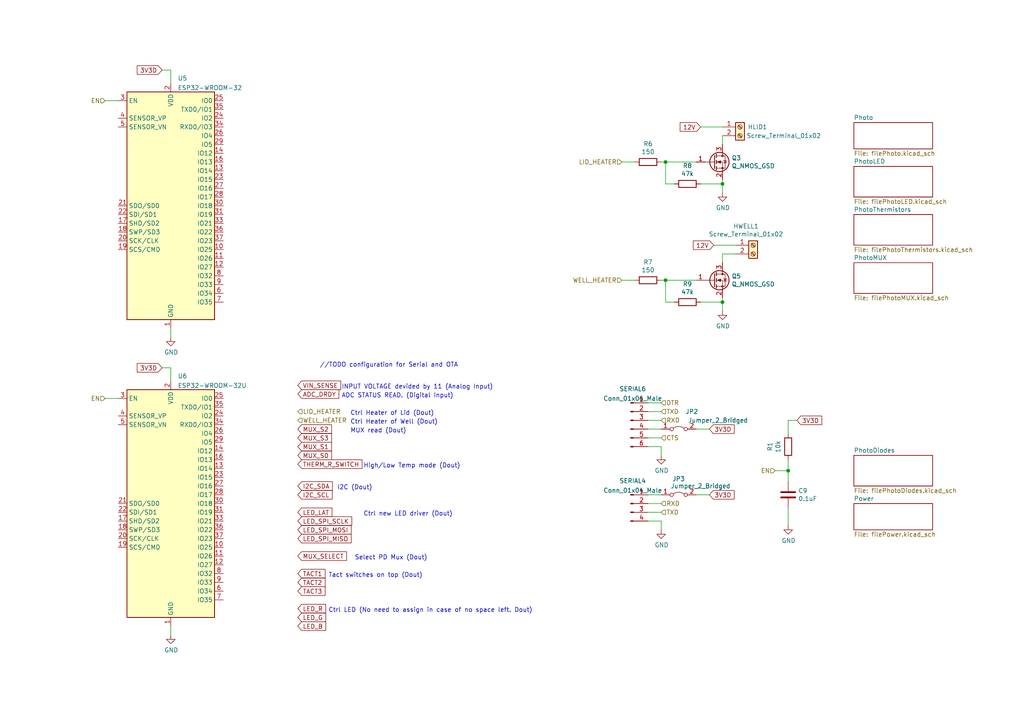
<source format=kicad_sch>
(kicad_sch (version 20211123) (generator eeschema)
  (paper "A4")
  (lib_symbols
    (symbol "Connector:Conn_01x04_Male" (pin_names (offset 1.016) hide)
      (property "Reference" "J" (at 0 5.08 0))
      (property "Value" "Conn_01x04_Male" (at 0 -7.62 0))
      (symbol "Conn_01x04_Male_1_1"
        (polyline (pts (xy 1.27 -5.08) (xy 0.8636 -5.08)) (stroke (width 0.1524)))
        (polyline (pts (xy 1.27 -2.54) (xy 0.8636 -2.54)) (stroke (width 0.1524)))
        (polyline (pts (xy 1.27 0) (xy 0.8636 0)) (stroke (width 0.1524)))
        (polyline (pts (xy 1.27 2.54) (xy 0.8636 2.54)) (stroke (width 0.1524)))
        (rectangle (start 0.8636 -4.953) (end 0 -5.207) (stroke (width 0.1524)) (fill (type outline)))
        (rectangle (start 0.8636 -2.413) (end 0 -2.667) (stroke (width 0.1524)) (fill (type outline)))
        (rectangle (start 0.8636 0.127) (end 0 -0.127) (stroke (width 0.1524)) (fill (type outline)))
        (rectangle (start 0.8636 2.667) (end 0 2.413) (stroke (width 0.1524)) (fill (type outline)))
        (pin passive line (at 5.08 2.54 180) (length 3.81) (name "Pin_1") (number "1"))
        (pin passive line (at 5.08 0 180) (length 3.81) (name "Pin_2") (number "2"))
        (pin passive line (at 5.08 -2.54 180) (length 3.81) (name "Pin_3") (number "3"))
        (pin passive line (at 5.08 -5.08 180) (length 3.81) (name "Pin_4") (number "4"))
      )
    )
    (symbol "Connector:Conn_01x06_Male" (pin_names (offset 1.016) hide)
      (property "Reference" "J" (at 0 7.62 0))
      (property "Value" "Conn_01x06_Male" (at 0 -10.16 0))
      (symbol "Conn_01x06_Male_1_1"
        (polyline (pts (xy 1.27 -7.62) (xy 0.8636 -7.62)) (stroke (width 0.1524)))
        (polyline (pts (xy 1.27 -5.08) (xy 0.8636 -5.08)) (stroke (width 0.1524)))
        (polyline (pts (xy 1.27 -2.54) (xy 0.8636 -2.54)) (stroke (width 0.1524)))
        (polyline (pts (xy 1.27 0) (xy 0.8636 0)) (stroke (width 0.1524)))
        (polyline (pts (xy 1.27 2.54) (xy 0.8636 2.54)) (stroke (width 0.1524)))
        (polyline (pts (xy 1.27 5.08) (xy 0.8636 5.08)) (stroke (width 0.1524)))
        (rectangle (start 0.8636 -7.493) (end 0 -7.747) (stroke (width 0.1524)) (fill (type outline)))
        (rectangle (start 0.8636 -4.953) (end 0 -5.207) (stroke (width 0.1524)) (fill (type outline)))
        (rectangle (start 0.8636 -2.413) (end 0 -2.667) (stroke (width 0.1524)) (fill (type outline)))
        (rectangle (start 0.8636 0.127) (end 0 -0.127) (stroke (width 0.1524)) (fill (type outline)))
        (rectangle (start 0.8636 2.667) (end 0 2.413) (stroke (width 0.1524)) (fill (type outline)))
        (rectangle (start 0.8636 5.207) (end 0 4.953) (stroke (width 0.1524)) (fill (type outline)))
        (pin passive line (at 5.08 5.08 180) (length 3.81) (name "Pin_1") (number "1"))
        (pin passive line (at 5.08 2.54 180) (length 3.81) (name "Pin_2") (number "2"))
        (pin passive line (at 5.08 0 180) (length 3.81) (name "Pin_3") (number "3"))
        (pin passive line (at 5.08 -2.54 180) (length 3.81) (name "Pin_4") (number "4"))
        (pin passive line (at 5.08 -5.08 180) (length 3.81) (name "Pin_5") (number "5"))
        (pin passive line (at 5.08 -7.62 180) (length 3.81) (name "Pin_6") (number "6"))
      )
    )
    (symbol "Connector:Screw_Terminal_01x02" (pin_names (offset 1.016) hide)
      (property "Reference" "J" (at 0 2.54 0))
      (property "Value" "Screw_Terminal_01x02" (at 0 -5.08 0))
      (symbol "Screw_Terminal_01x02_1_1"
        (rectangle (start -1.27 1.27) (end 1.27 -3.81) (stroke (width 0.254)) (fill (type background)))
        (circle (center 0 -2.54) (radius 0.635) (stroke (width 0.1524)))
        (polyline (pts (xy -0.5334 -2.2098) (xy 0.3302 -3.048)) (stroke (width 0.1524)))
        (polyline (pts (xy -0.5334 0.3302) (xy 0.3302 -0.508)) (stroke (width 0.1524)))
        (polyline (pts (xy -0.3556 -2.032) (xy 0.508 -2.8702)) (stroke (width 0.1524)))
        (polyline (pts (xy -0.3556 0.508) (xy 0.508 -0.3302)) (stroke (width 0.1524)))
        (circle (center 0 0) (radius 0.635) (stroke (width 0.1524)))
        (pin passive line (at -5.08 0 0) (length 3.81) (name "Pin_1") (number "1"))
        (pin passive line (at -5.08 -2.54 0) (length 3.81) (name "Pin_2") (number "2"))
      )
    )
    (symbol "Device:C" (pin_numbers hide) (pin_names (offset 0.254))
      (property "Reference" "C" (at 0.635 2.54 0))
      (property "Value" "C" (at 0.635 -2.54 0))
      (symbol "C_0_1"
        (polyline (pts (xy -2.032 -0.762) (xy 2.032 -0.762)) (stroke (width 0.508)))
        (polyline (pts (xy -2.032 0.762) (xy 2.032 0.762)) (stroke (width 0.508)))
      )
      (symbol "C_1_1"
        (pin passive line (at 0 3.81 270) (length 2.794) (name "~") (number "1"))
        (pin passive line (at 0 -3.81 90) (length 2.794) (name "~") (number "2"))
      )
    )
    (symbol "Device:Q_NMOS_GSD" (pin_names (offset 0) hide)
      (property "Reference" "Q" (at 5.08 1.27 0))
      (property "Value" "Q_NMOS_GSD" (at 5.08 -1.27 0))
      (symbol "Q_NMOS_GSD_0_1"
        (polyline (pts (xy 0.254 0) (xy -2.54 0)))
        (polyline (pts (xy 0.254 1.905) (xy 0.254 -1.905)) (stroke (width 0.254)))
        (polyline (pts (xy 0.762 -1.27) (xy 0.762 -2.286)) (stroke (width 0.254)))
        (polyline (pts (xy 0.762 0.508) (xy 0.762 -0.508)) (stroke (width 0.254)))
        (polyline (pts (xy 0.762 2.286) (xy 0.762 1.27)) (stroke (width 0.254)))
        (polyline (pts (xy 2.54 2.54) (xy 2.54 1.778)))
        (polyline (pts (xy 2.54 -2.54) (xy 2.54 0) (xy 0.762 0)))
        (polyline (pts (xy 0.762 -1.778) (xy 3.302 -1.778) (xy 3.302 1.778) (xy 0.762 1.778)))
        (polyline (pts (xy 1.016 0) (xy 2.032 0.381) (xy 2.032 -0.381) (xy 1.016 0)) (fill (type outline)))
        (polyline (pts (xy 2.794 0.508) (xy 2.921 0.381) (xy 3.683 0.381) (xy 3.81 0.254)))
        (polyline (pts (xy 3.302 0.381) (xy 2.921 -0.254) (xy 3.683 -0.254) (xy 3.302 0.381)))
        (circle (center 1.651 0) (radius 2.794) (stroke (width 0.254)))
        (circle (center 2.54 -1.778) (radius 0.254) (fill (type outline)))
        (circle (center 2.54 1.778) (radius 0.254) (fill (type outline)))
      )
      (symbol "Q_NMOS_GSD_1_1"
        (pin input line (at -5.08 0 0) (length 2.54) (name "G") (number "1"))
        (pin passive line (at 2.54 -5.08 90) (length 2.54) (name "S") (number "2"))
        (pin passive line (at 2.54 5.08 270) (length 2.54) (name "D") (number "3"))
      )
    )
    (symbol "Device:R" (pin_numbers hide) (pin_names (offset 0))
      (property "Reference" "R" (at 2.032 0 90))
      (property "Value" "R" (at 0 0 90))
      (symbol "R_0_1"
        (rectangle (start -1.016 -2.54) (end 1.016 2.54) (stroke (width 0.254)))
      )
      (symbol "R_1_1"
        (pin passive line (at 0 3.81 270) (length 1.27) (name "~") (number "1"))
        (pin passive line (at 0 -3.81 90) (length 1.27) (name "~") (number "2"))
      )
    )
    (symbol "Jumper:Jumper_2_Bridged" (pin_names (offset 0) hide)
      (property "Reference" "JP" (at 0 1.905 0))
      (property "Value" "Jumper_2_Bridged" (at 0 -2.54 0))
      (symbol "Jumper_2_Bridged_0_0"
        (circle (center -2.032 0) (radius 0.508))
        (circle (center 2.032 0) (radius 0.508))
      )
      (symbol "Jumper_2_Bridged_0_1"
        (arc (start 1.524 0.254) (mid 0 0.762) (end -1.524 0.254))
      )
      (symbol "Jumper_2_Bridged_1_1"
        (pin passive line (at -5.08 0 0) (length 2.54) (name "A") (number "1"))
        (pin passive line (at 5.08 0 180) (length 2.54) (name "B") (number "2"))
      )
    )
    (symbol "RF_Module:ESP32-WROOM-32"
      (property "Reference" "U" (at -12.7 34.29 0))
      (property "Value" "ESP32-WROOM-32" (at 1.27 34.29 0))
      (symbol "ESP32-WROOM-32_0_1"
        (rectangle (start -12.7 33.02) (end 12.7 -33.02) (stroke (width 0.254)) (fill (type background)))
      )
      (symbol "ESP32-WROOM-32_1_1"
        (pin power_in line (at 0 -35.56 90) (length 2.54) (name "GND") (number "1"))
        (pin bidirectional line (at 15.24 -12.7 180) (length 2.54) (name "IO25") (number "10"))
        (pin bidirectional line (at 15.24 -15.24 180) (length 2.54) (name "IO26") (number "11"))
        (pin bidirectional line (at 15.24 -17.78 180) (length 2.54) (name "IO27") (number "12"))
        (pin bidirectional line (at 15.24 10.16 180) (length 2.54) (name "IO14") (number "13"))
        (pin bidirectional line (at 15.24 15.24 180) (length 2.54) (name "IO12") (number "14"))
        (pin passive line (at 0 -35.56 90) (length 2.54) hide (name "GND") (number "15"))
        (pin bidirectional line (at 15.24 12.7 180) (length 2.54) (name "IO13") (number "16"))
        (pin bidirectional line (at -15.24 -5.08 0) (length 2.54) (name "SHD/SD2") (number "17"))
        (pin bidirectional line (at -15.24 -7.62 0) (length 2.54) (name "SWP/SD3") (number "18"))
        (pin bidirectional line (at -15.24 -12.7 0) (length 2.54) (name "SCS/CMD") (number "19"))
        (pin power_in line (at 0 35.56 270) (length 2.54) (name "VDD") (number "2"))
        (pin bidirectional line (at -15.24 -10.16 0) (length 2.54) (name "SCK/CLK") (number "20"))
        (pin bidirectional line (at -15.24 0 0) (length 2.54) (name "SDO/SD0") (number "21"))
        (pin bidirectional line (at -15.24 -2.54 0) (length 2.54) (name "SDI/SD1") (number "22"))
        (pin bidirectional line (at 15.24 7.62 180) (length 2.54) (name "IO15") (number "23"))
        (pin bidirectional line (at 15.24 25.4 180) (length 2.54) (name "IO2") (number "24"))
        (pin bidirectional line (at 15.24 30.48 180) (length 2.54) (name "IO0") (number "25"))
        (pin bidirectional line (at 15.24 20.32 180) (length 2.54) (name "IO4") (number "26"))
        (pin bidirectional line (at 15.24 5.08 180) (length 2.54) (name "IO16") (number "27"))
        (pin bidirectional line (at 15.24 2.54 180) (length 2.54) (name "IO17") (number "28"))
        (pin bidirectional line (at 15.24 17.78 180) (length 2.54) (name "IO5") (number "29"))
        (pin input line (at -15.24 30.48 0) (length 2.54) (name "EN") (number "3"))
        (pin bidirectional line (at 15.24 0 180) (length 2.54) (name "IO18") (number "30"))
        (pin bidirectional line (at 15.24 -2.54 180) (length 2.54) (name "IO19") (number "31"))
        (pin no_connect line (at -12.7 -27.94 0) (length 2.54) hide (name "NC") (number "32"))
        (pin bidirectional line (at 15.24 -5.08 180) (length 2.54) (name "IO21") (number "33"))
        (pin bidirectional line (at 15.24 22.86 180) (length 2.54) (name "RXD0/IO3") (number "34"))
        (pin bidirectional line (at 15.24 27.94 180) (length 2.54) (name "TXD0/IO1") (number "35"))
        (pin bidirectional line (at 15.24 -7.62 180) (length 2.54) (name "IO22") (number "36"))
        (pin bidirectional line (at 15.24 -10.16 180) (length 2.54) (name "IO23") (number "37"))
        (pin passive line (at 0 -35.56 90) (length 2.54) hide (name "GND") (number "38"))
        (pin passive line (at 0 -35.56 90) (length 2.54) hide (name "GND") (number "39"))
        (pin input line (at -15.24 25.4 0) (length 2.54) (name "SENSOR_VP") (number "4"))
        (pin input line (at -15.24 22.86 0) (length 2.54) (name "SENSOR_VN") (number "5"))
        (pin input line (at 15.24 -25.4 180) (length 2.54) (name "IO34") (number "6"))
        (pin input line (at 15.24 -27.94 180) (length 2.54) (name "IO35") (number "7"))
        (pin bidirectional line (at 15.24 -20.32 180) (length 2.54) (name "IO32") (number "8"))
        (pin bidirectional line (at 15.24 -22.86 180) (length 2.54) (name "IO33") (number "9"))
      )
    )
    (symbol "RF_Module:ESP32-WROOM-32U"
      (property "Reference" "U" (at -12.7 34.29 0))
      (property "Value" "ESP32-WROOM-32U" (at 1.27 34.29 0))
      (symbol "ESP32-WROOM-32U_0_1"
        (rectangle (start -12.7 33.02) (end 12.7 -33.02) (stroke (width 0.254)) (fill (type background)))
      )
      (symbol "ESP32-WROOM-32U_1_1"
        (pin power_in line (at 0 -35.56 90) (length 2.54) (name "GND") (number "1"))
        (pin bidirectional line (at 15.24 -12.7 180) (length 2.54) (name "IO25") (number "10"))
        (pin bidirectional line (at 15.24 -15.24 180) (length 2.54) (name "IO26") (number "11"))
        (pin bidirectional line (at 15.24 -17.78 180) (length 2.54) (name "IO27") (number "12"))
        (pin bidirectional line (at 15.24 10.16 180) (length 2.54) (name "IO14") (number "13"))
        (pin bidirectional line (at 15.24 15.24 180) (length 2.54) (name "IO12") (number "14"))
        (pin passive line (at 0 -35.56 90) (length 2.54) hide (name "GND") (number "15"))
        (pin bidirectional line (at 15.24 12.7 180) (length 2.54) (name "IO13") (number "16"))
        (pin bidirectional line (at -15.24 -5.08 0) (length 2.54) (name "SHD/SD2") (number "17"))
        (pin bidirectional line (at -15.24 -7.62 0) (length 2.54) (name "SWP/SD3") (number "18"))
        (pin bidirectional line (at -15.24 -12.7 0) (length 2.54) (name "SCS/CMD") (number "19"))
        (pin power_in line (at 0 35.56 270) (length 2.54) (name "VDD") (number "2"))
        (pin bidirectional line (at -15.24 -10.16 0) (length 2.54) (name "SCK/CLK") (number "20"))
        (pin bidirectional line (at -15.24 0 0) (length 2.54) (name "SDO/SD0") (number "21"))
        (pin bidirectional line (at -15.24 -2.54 0) (length 2.54) (name "SDI/SD1") (number "22"))
        (pin bidirectional line (at 15.24 7.62 180) (length 2.54) (name "IO15") (number "23"))
        (pin bidirectional line (at 15.24 25.4 180) (length 2.54) (name "IO2") (number "24"))
        (pin bidirectional line (at 15.24 30.48 180) (length 2.54) (name "IO0") (number "25"))
        (pin bidirectional line (at 15.24 20.32 180) (length 2.54) (name "IO4") (number "26"))
        (pin bidirectional line (at 15.24 5.08 180) (length 2.54) (name "IO16") (number "27"))
        (pin bidirectional line (at 15.24 2.54 180) (length 2.54) (name "IO17") (number "28"))
        (pin bidirectional line (at 15.24 17.78 180) (length 2.54) (name "IO5") (number "29"))
        (pin input line (at -15.24 30.48 0) (length 2.54) (name "EN") (number "3"))
        (pin bidirectional line (at 15.24 0 180) (length 2.54) (name "IO18") (number "30"))
        (pin bidirectional line (at 15.24 -2.54 180) (length 2.54) (name "IO19") (number "31"))
        (pin no_connect line (at -12.7 -27.94 0) (length 2.54) hide (name "NC") (number "32"))
        (pin bidirectional line (at 15.24 -5.08 180) (length 2.54) (name "IO21") (number "33"))
        (pin bidirectional line (at 15.24 22.86 180) (length 2.54) (name "RXD0/IO3") (number "34"))
        (pin bidirectional line (at 15.24 27.94 180) (length 2.54) (name "TXD0/IO1") (number "35"))
        (pin bidirectional line (at 15.24 -7.62 180) (length 2.54) (name "IO22") (number "36"))
        (pin bidirectional line (at 15.24 -10.16 180) (length 2.54) (name "IO23") (number "37"))
        (pin passive line (at 0 -35.56 90) (length 2.54) hide (name "GND") (number "38"))
        (pin passive line (at 0 -35.56 90) (length 2.54) hide (name "GND") (number "39"))
        (pin input line (at -15.24 25.4 0) (length 2.54) (name "SENSOR_VP") (number "4"))
        (pin input line (at -15.24 22.86 0) (length 2.54) (name "SENSOR_VN") (number "5"))
        (pin input line (at 15.24 -25.4 180) (length 2.54) (name "IO34") (number "6"))
        (pin input line (at 15.24 -27.94 180) (length 2.54) (name "IO35") (number "7"))
        (pin bidirectional line (at 15.24 -20.32 180) (length 2.54) (name "IO32") (number "8"))
        (pin bidirectional line (at 15.24 -22.86 180) (length 2.54) (name "IO33") (number "9"))
      )
    )
    (symbol "power:GND" (power) (pin_names (offset 0))
      (property "Value" "GND" (at 0 -3.81 0))
      (symbol "GND_0_1"
        (polyline (pts (xy 0 0) (xy 0 -1.27) (xy 1.27 -1.27) (xy 0 -2.54) (xy -1.27 -1.27) (xy 0 -1.27)))
      )
      (symbol "GND_1_1"
        (pin power_in line (at 0 0 270) (length 0) hide (name "GND") (number "1"))
      )
    )
  )
  (junction (at 193.04 46.99))
  (junction (at 209.55 87.63))
  (junction (at 209.55 53.34))
  (junction (at 228.6 136.525))
  (junction (at 193.04 81.28))
  (wire (pts (xy 46.99 20.32) (xy 49.53 20.32)))
  (wire (pts (xy 187.96 148.59) (xy 191.77 148.59)))
  (wire (pts (xy 203.2 53.34) (xy 209.55 53.34)))
  (wire (pts (xy 193.04 81.28) (xy 191.77 81.28)))
  (wire (pts (xy 49.53 106.68) (xy 49.53 110.49)))
  (wire (pts (xy 228.6 121.92) (xy 228.6 125.73)))
  (wire (pts (xy 201.93 124.46) (xy 205.74 124.46)))
  (wire (pts (xy 49.53 181.61) (xy 49.53 184.15)))
  (wire (pts (xy 193.04 53.34) (xy 193.04 46.99)))
  (wire (pts (xy 213.36 73.66) (xy 209.55 73.66)))
  (wire (pts (xy 49.53 95.25) (xy 49.53 97.79)))
  (wire (pts (xy 207.01 71.12) (xy 213.36 71.12)))
  (wire (pts (xy 193.04 87.63) (xy 193.04 81.28)))
  (wire (pts (xy 201.93 46.99) (xy 193.04 46.99)))
  (wire (pts (xy 187.96 116.84) (xy 191.77 116.84)))
  (wire (pts (xy 187.96 129.54) (xy 191.77 129.54)))
  (wire (pts (xy 187.96 127) (xy 191.77 127)))
  (wire (pts (xy 228.6 136.525) (xy 228.6 139.7)))
  (wire (pts (xy 187.96 151.13) (xy 191.77 151.13)))
  (wire (pts (xy 203.2 87.63) (xy 209.55 87.63)))
  (wire (pts (xy 195.58 87.63) (xy 193.04 87.63)))
  (wire (pts (xy 209.55 90.17) (xy 209.55 87.63)))
  (wire (pts (xy 191.77 151.13) (xy 191.77 153.67)))
  (wire (pts (xy 180.34 81.28) (xy 184.15 81.28)))
  (wire (pts (xy 187.96 124.46) (xy 191.77 124.46)))
  (wire (pts (xy 30.48 29.21) (xy 34.29 29.21)))
  (wire (pts (xy 228.6 147.32) (xy 228.6 152.4)))
  (wire (pts (xy 191.77 129.54) (xy 191.77 132.08)))
  (wire (pts (xy 49.53 20.32) (xy 49.53 24.13)))
  (wire (pts (xy 228.6 133.35) (xy 228.6 136.525)))
  (wire (pts (xy 201.93 81.28) (xy 193.04 81.28)))
  (wire (pts (xy 209.55 87.63) (xy 209.55 86.36)))
  (wire (pts (xy 187.96 146.05) (xy 191.77 146.05)))
  (wire (pts (xy 209.55 73.66) (xy 209.55 76.2)))
  (wire (pts (xy 187.96 143.51) (xy 191.77 143.51)))
  (wire (pts (xy 187.96 121.92) (xy 191.77 121.92)))
  (wire (pts (xy 30.48 115.57) (xy 34.29 115.57)))
  (wire (pts (xy 46.99 106.68) (xy 49.53 106.68)))
  (wire (pts (xy 231.14 121.92) (xy 228.6 121.92)))
  (wire (pts (xy 180.34 46.99) (xy 184.15 46.99)))
  (wire (pts (xy 224.79 136.525) (xy 228.6 136.525)))
  (wire (pts (xy 209.55 53.34) (xy 209.55 52.07)))
  (wire (pts (xy 201.93 143.51) (xy 205.74 143.51)))
  (wire (pts (xy 193.04 46.99) (xy 191.77 46.99)))
  (wire (pts (xy 209.55 39.37) (xy 209.55 41.91)))
  (wire (pts (xy 209.55 55.88) (xy 209.55 53.34)))
  (wire (pts (xy 187.96 119.38) (xy 191.77 119.38)))
  (wire (pts (xy 195.58 53.34) (xy 193.04 53.34)))
  (wire (pts (xy 203.2 36.83) (xy 209.55 36.83)))
  (text "Ctrl Heater of Well (Dout)" (at 101.6 123.19 0) (effects (font (size 1.27 1.27)) (justify left bottom)))
  (text "Ctrl LED (No need to assign in case of no space left. Dout)" (at 95.25 177.8 0) (effects (font (size 1.27 1.27)) (justify left bottom)))
  (text "Ctrl new LED driver (Dout)" (at 105.41 149.86 0) (effects (font (size 1.27 1.27)) (justify left bottom)))
  (text "ADC STATUS READ. (Digital Input)" (at 99.06 115.57 0) (effects (font (size 1.27 1.27)) (justify left bottom)))
  (text "MUX read (Dout)" (at 101.6 125.73 0) (effects (font (size 1.27 1.27)) (justify left bottom)))
  (text "Ctrl Heater of Lid (Dout)" (at 101.6 120.65 0) (effects (font (size 1.27 1.27)) (justify left bottom)))
  (text "//TODO configuration for Serial and OTA" (at 92.71 106.68 0) (effects (font (size 1.27 1.27)) (justify left bottom)))
  (text "Select PD Mux (Dout)" (at 102.87 162.56 0) (effects (font (size 1.27 1.27)) (justify left bottom)))
  (text "I2C (Dout)" (at 97.79 142.24 0) (effects (font (size 1.27 1.27)) (justify left bottom)))
  (text "INPUT VOLTAGE devided by 11 (Analog Input)" (at 99.06 113.03 0) (effects (font (size 1.27 1.27)) (justify left bottom)))
  (text "High/Low Temp mode (Dout)" (at 105.41 135.89 0) (effects (font (size 1.27 1.27)) (justify left bottom)))
  (text "Tact switches on top (Dout)" (at 95.25 167.64 0) (effects (font (size 1.27 1.27)) (justify left bottom)))
  (global_label "MUX_S3" (shape input) (at 86.36 127 0) (property "Intersheet References" "${INTERSHEET_REFS}" (effects hide)))
  (global_label "LED_SPI_SCLK" (shape input) (at 86.36 151.13 0) (property "Intersheet References" "${INTERSHEET_REFS}" (effects hide)))
  (global_label "LED_LAT" (shape input) (at 86.36 148.59 0) (property "Intersheet References" "${INTERSHEET_REFS}" (effects hide)))
  (global_label "LED_R" (shape input) (at 86.36 176.53 0) (property "Intersheet References" "${INTERSHEET_REFS}" (effects hide)))
  (global_label "TACT2" (shape input) (at 86.36 168.91 0) (property "Intersheet References" "${INTERSHEET_REFS}" (effects hide)))
  (global_label "3V3D" (shape input) (at 231.14 121.92 0) (property "Intersheet References" "${INTERSHEET_REFS}" (effects hide)))
  (global_label "3V3D" (shape input) (at 205.74 124.46 0) (property "Intersheet References" "${INTERSHEET_REFS}" (effects hide)))
  (global_label "I2C_SDA" (shape input) (at 86.36 140.97 0) (property "Intersheet References" "${INTERSHEET_REFS}" (effects hide)))
  (global_label "THERM_R_SWITCH" (shape input) (at 86.36 134.62 0) (property "Intersheet References" "${INTERSHEET_REFS}" (effects hide)))
  (global_label "TACT1" (shape input) (at 86.36 166.37 0) (property "Intersheet References" "${INTERSHEET_REFS}" (effects hide)))
  (global_label "MUX_S1" (shape input) (at 86.36 129.54 0) (property "Intersheet References" "${INTERSHEET_REFS}" (effects hide)))
  (global_label "LED_SPI_MOSI" (shape input) (at 86.36 153.67 0) (property "Intersheet References" "${INTERSHEET_REFS}" (effects hide)))
  (global_label "12V" (shape input) (at 207.01 71.12 180) (property "Intersheet References" "${INTERSHEET_REFS}" (effects hide)))
  (global_label "ADC_DRDY" (shape input) (at 86.36 114.3 0) (property "Intersheet References" "${INTERSHEET_REFS}" (effects hide)))
  (global_label "3V3D" (shape input) (at 46.99 106.68 180) (property "Intersheet References" "${INTERSHEET_REFS}" (effects hide)))
  (global_label "TACT3" (shape input) (at 86.36 171.45 0) (property "Intersheet References" "${INTERSHEET_REFS}" (effects hide)))
  (global_label "I2C_SCL" (shape input) (at 86.36 143.51 0) (property "Intersheet References" "${INTERSHEET_REFS}" (effects hide)))
  (global_label "3V3D" (shape input) (at 46.99 20.32 180) (property "Intersheet References" "${INTERSHEET_REFS}" (effects hide)))
  (global_label "12V" (shape input) (at 203.2 36.83 180) (property "Intersheet References" "${INTERSHEET_REFS}" (effects hide)))
  (global_label "MUX_S0" (shape input) (at 86.36 132.08 0) (property "Intersheet References" "${INTERSHEET_REFS}" (effects hide)))
  (global_label "LED_SPI_MISO" (shape input) (at 86.36 156.21 0) (property "Intersheet References" "${INTERSHEET_REFS}" (effects hide)))
  (global_label "LED_B" (shape input) (at 86.36 181.61 0) (property "Intersheet References" "${INTERSHEET_REFS}" (effects hide)))
  (global_label "MUX_SELECT" (shape input) (at 86.36 161.29 0) (property "Intersheet References" "${INTERSHEET_REFS}" (effects hide)))
  (global_label "VIN_SENSE" (shape input) (at 86.36 111.76 0) (property "Intersheet References" "${INTERSHEET_REFS}" (effects hide)))
  (global_label "LED_G" (shape input) (at 86.36 179.07 0) (property "Intersheet References" "${INTERSHEET_REFS}" (effects hide)))
  (global_label "MUX_S2" (shape input) (at 86.36 124.46 0) (property "Intersheet References" "${INTERSHEET_REFS}" (effects hide)))
  (global_label "3V3D" (shape input) (at 205.74 143.51 0) (property "Intersheet References" "${INTERSHEET_REFS}" (effects hide)))
  (hierarchical_label "WELL_HEATER" (shape input) (at 86.36 121.92 0))
  (hierarchical_label "EN" (shape input) (at 30.48 29.21 180))
  (hierarchical_label "RXD" (shape input) (at 191.77 121.92 0))
  (hierarchical_label "TXD" (shape input) (at 191.77 119.38 0))
  (hierarchical_label "RXD" (shape input) (at 191.77 146.05 0))
  (hierarchical_label "LID_HEATER" (shape input) (at 180.34 46.99 180))
  (hierarchical_label "CTS" (shape input) (at 191.77 127 0))
  (hierarchical_label "EN" (shape input) (at 30.48 115.57 180))
  (hierarchical_label "LID_HEATER" (shape input) (at 86.36 119.38 0))
  (hierarchical_label "EN" (shape input) (at 224.79 136.525 180))
  (hierarchical_label "WELL_HEATER" (shape input) (at 180.34 81.28 180))
  (hierarchical_label "TXD" (shape input) (at 191.77 148.59 0))
  (hierarchical_label "DTR" (shape input) (at 191.77 116.84 0))
  (symbol (lib_id "Device:R") (at 199.39 53.34 270) (unit 1)
    (property "Reference" "R8" (at 199.39 48.0822 90))
    (property "Value" "47k" (at 199.39 50.3936 90))
    (property "Footprint" "Resistor_SMD:R_0603_1608Metric" (effects hide))
  )
  (symbol (lib_id "Device:R") (at 187.96 46.99 270) (unit 1)
    (property "Reference" "R6" (at 187.96 41.7322 90))
    (property "Value" "150" (at 187.96 44.0436 90))
    (property "Footprint" "Resistor_SMD:R_0603_1608Metric" (effects hide))
  )
  (symbol (lib_id "power:GND") (at 209.55 55.88 0) (unit 1)
    (property "Reference" "#PWR05" (effects hide))
    (property "Value" "GND" (at 209.677 60.2742 0))
  )
  (symbol (lib_id "Device:Q_NMOS_GSD") (at 207.01 46.99 0) (unit 1)
    (property "Reference" "Q3" (at 212.1916 45.8216 0) (effects (justify left)))
    (property "Value" "Q_NMOS_GSD" (at 212.1916 48.133 0) (effects (justify left)))
    (property "Footprint" "Ninja-qPCR:SOT95P240X112-3N" (effects hide))
  )
  (symbol (lib_id "Device:R") (at 199.39 87.63 270) (unit 1)
    (property "Reference" "R9" (at 199.39 82.3722 90))
    (property "Value" "47k" (at 199.39 84.6836 90))
    (property "Footprint" "Resistor_SMD:R_0603_1608Metric" (effects hide))
  )
  (symbol (lib_id "Device:R") (at 187.96 81.28 270) (unit 1)
    (property "Reference" "R7" (at 187.96 76.0222 90))
    (property "Value" "150" (at 187.96 78.3336 90))
    (property "Footprint" "Resistor_SMD:R_0603_1608Metric" (effects hide))
  )
  (symbol (lib_id "power:GND") (at 209.55 90.17 0) (unit 1)
    (property "Reference" "#PWR07" (effects hide))
    (property "Value" "GND" (at 209.677 94.5642 0))
  )
  (symbol (lib_id "Device:Q_NMOS_GSD") (at 207.01 81.28 0) (unit 1)
    (property "Reference" "Q5" (at 212.1916 80.1116 0) (effects (justify left)))
    (property "Value" "Q_NMOS_GSD" (at 212.1916 82.423 0) (effects (justify left)))
    (property "Footprint" "Ninja-qPCR:SOT95P240X112-3N" (effects hide))
  )
  (symbol (lib_id "Connector:Screw_Terminal_01x02") (at 218.44 71.12 0) (unit 1)
    (property "Reference" "HWELL1" (at 216.3572 65.6082 0))
    (property "Value" "Screw_Terminal_01x02" (at 216.3572 67.9196 0))
    (property "Footprint" "Ninja-qPCR:TB_SeeedOPL_320110028" (effects hide))
  )
  (symbol (lib_id "Connector:Screw_Terminal_01x02") (at 214.63 36.83 0) (unit 1)
    (property "Reference" "HLID1" (at 219.71 36.83 0))
    (property "Value" "Screw_Terminal_01x02" (at 227.33 39.37 0))
    (property "Footprint" "Ninja-qPCR:TB_SeeedOPL_320110028" (effects hide))
  )
  (symbol (lib_id "Connector:Conn_01x06_Male") (at 182.88 121.92 0) (unit 1)
    (property "Reference" "SERIAL6" (at 183.515 112.7973 0))
    (property "Value" "Conn_01x06_Male" (at 183.515 115.5724 0))
    (property "Footprint" "Connector_PinSocket_2.54mm:PinSocket_1x06_P2.54mm_Vertical" (effects hide))
  )
  (symbol (lib_id "power:GND") (at 49.53 97.79 0) (unit 1)
    (property "Reference" "#PWR0104" (effects hide))
    (property "Value" "GND" (at 49.657 102.1842 0))
  )
  (symbol (lib_id "power:GND") (at 191.77 132.08 0) (unit 1)
    (property "Reference" "#PWR0101" (effects hide))
    (property "Value" "GND" (at 191.897 136.4742 0))
  )
  (symbol (lib_id "Device:C") (at 228.6 143.51 0) (unit 1)
    (property "Reference" "C9" (at 231.521 142.3416 0) (effects (justify left)))
    (property "Value" "0.1uF" (at 231.521 144.653 0) (effects (justify left)))
    (property "Footprint" "Capacitor_SMD:C_0603_1608Metric" (effects hide))
  )
  (symbol (lib_id "power:GND") (at 49.53 184.15 0) (unit 1)
    (property "Reference" "#PWR0105" (effects hide))
    (property "Value" "GND" (at 49.657 188.5442 0))
  )
  (symbol (lib_id "RF_Module:ESP32-WROOM-32") (at 49.53 59.69 0) (unit 1)
    (property "Reference" "U5" (at 51.5494 22.7035 0) (effects (justify left)))
    (property "Value" "ESP32-WROOM-32" (at 51.5494 25.4786 0) (effects (justify left)))
    (property "Footprint" "RF_Module:ESP32-WROOM-32" (effects hide))
    (property "Datasheet" "https://www.espressif.com/sites/default/files/documentation/esp32-wroom-32_datasheet_en.pdf" (effects hide))
  )
  (symbol (lib_id "RF_Module:ESP32-WROOM-32U") (at 49.53 146.05 0) (unit 1)
    (property "Reference" "U6" (at 51.5494 109.0635 0) (effects (justify left)))
    (property "Value" "ESP32-WROOM-32U" (at 51.5494 111.8386 0) (effects (justify left)))
    (property "Footprint" "RF_Module:ESP32-WROOM-32U" (effects hide))
    (property "Datasheet" "https://www.espressif.com/sites/default/files/documentation/esp32-wroom-32d_esp32-wroom-32u_datasheet_en.pdf" (effects hide))
  )
  (symbol (lib_id "power:GND") (at 191.77 153.67 0) (unit 1)
    (property "Reference" "#PWR0102" (effects hide))
    (property "Value" "GND" (at 191.897 158.0642 0))
  )
  (symbol (lib_id "Jumper:Jumper_2_Bridged") (at 196.85 124.46 0) (unit 1)
    (property "Reference" "JP2" (at 200.66 119.38 0))
    (property "Value" "Jumper_2_Bridged" (at 208.28 121.92 0))
    (property "Footprint" "Jumper:SolderJumper-2_P1.3mm_Open_TrianglePad1.0x1.5mm" (effects hide))
  )
  (symbol (lib_id "Connector:Conn_01x04_Male") (at 182.88 146.05 0) (unit 1)
    (property "Reference" "SERIAL4" (at 183.515 139.4673 0))
    (property "Value" "Conn_01x04_Male" (at 183.515 142.2424 0))
    (property "Footprint" "Connector_PinSocket_2.54mm:PinSocket_1x04_P2.54mm_Vertical" (effects hide))
  )
  (symbol (lib_id "power:GND") (at 228.6 152.4 0) (unit 1)
    (property "Reference" "#PWR0103" (effects hide))
    (property "Value" "GND" (at 228.727 156.7942 0))
  )
  (symbol (lib_id "Jumper:Jumper_2_Bridged") (at 196.85 143.51 0) (unit 1)
    (property "Reference" "JP3" (at 196.85 138.9085 0))
    (property "Value" "Jumper_2_Bridged" (at 203.2 140.97 0))
    (property "Footprint" "Jumper:SolderJumper-2_P1.3mm_Open_TrianglePad1.0x1.5mm" (effects hide))
  )
  (symbol (lib_id "Device:R") (at 228.6 129.54 0) (unit 1)
    (property "Reference" "R1" (at 223.3422 129.54 90))
    (property "Value" "10k" (at 225.6536 129.54 90))
    (property "Footprint" "Resistor_SMD:R_0603_1608Metric" (effects hide))
  )
  (sheet (at 247.65 35.56) (size 22.86 7.62)
    (property "Sheet name" "Photo" (at 247.65 34.8484 0) (effects (justify left bottom)))
    (property "Sheet file" "filePhoto.kicad_sch" (at 247.65 43.7646 0) (effects (justify left top)))
  )
  (sheet (at 247.65 48.26) (size 22.86 8.89)
    (property "Sheet name" "PhotoLED" (at 247.65 47.5484 0) (effects (justify left bottom)))
    (property "Sheet file" "filePhotoLED.kicad_sch" (at 247.65 57.7346 0) (effects (justify left top)))
  )
  (sheet (at 247.65 62.23) (size 22.86 8.89)
    (property "Sheet name" "PhotoThermistors" (at 247.65 61.5184 0) (effects (justify left bottom)))
    (property "Sheet file" "filePhotoThermistors.kicad_sch" (at 247.65 71.7046 0) (effects (justify left top)))
  )
  (sheet (at 247.65 76.2) (size 22.86 8.89)
    (property "Sheet name" "PhotoMUX" (at 247.65 75.4884 0) (effects (justify left bottom)))
    (property "Sheet file" "filePhotoMUX.kicad_sch" (at 247.65 85.6746 0) (effects (justify left top)))
  )
  (sheet (at 247.65 146.05) (size 22.86 7.62) (stroke (width 0.1524))
    (property "Sheet name" "Power" (at 247.65 145.3384 0) (effects (justify left bottom)))
    (property "Sheet file" "filePower.kicad_sch" (at 247.65 154.2546 0) (effects (justify left top)))
  )
  (sheet (at 247.65 132.08) (size 22.86 8.89) (stroke (width 0.1524))
    (property "Sheet name" "PhotoDiodes" (at 247.65 131.3684 0) (effects (justify left bottom)))
    (property "Sheet file" "filePhotoDiodes.kicad_sch" (at 247.65 141.5546 0) (effects (justify left top)))
  )
)
</source>
